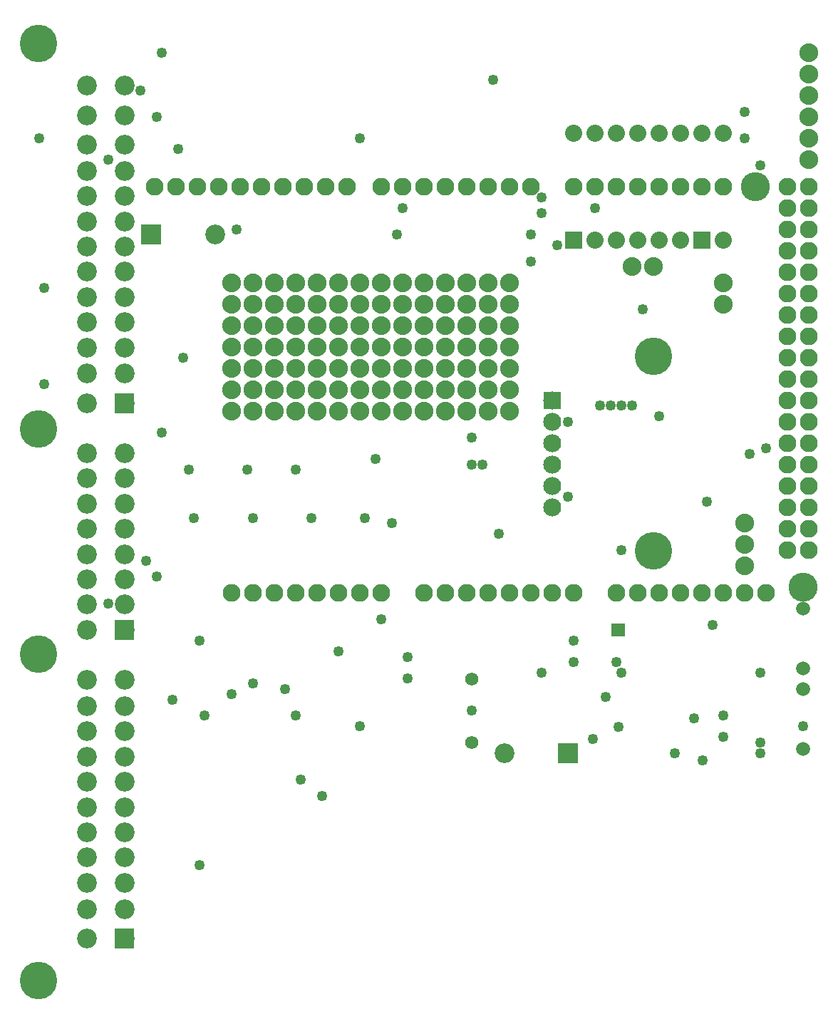
<source format=gbs>
G04 MADE WITH FRITZING*
G04 WWW.FRITZING.ORG*
G04 DOUBLE SIDED*
G04 HOLES PLATED*
G04 CONTOUR ON CENTER OF CONTOUR VECTOR*
%ASAXBY*%
%FSLAX23Y23*%
%MOIN*%
%OFA0B0*%
%SFA1.0B1.0*%
%ADD10C,0.049370*%
%ADD11C,0.092000*%
%ADD12C,0.092672*%
%ADD13C,0.175354*%
%ADD14C,0.082917*%
%ADD15C,0.088000*%
%ADD16C,0.065433*%
%ADD17C,0.084000*%
%ADD18C,0.080000*%
%ADD19C,0.135984*%
%ADD20C,0.061496*%
%ADD21R,0.092000X0.092000*%
%ADD22R,0.035000X0.060000*%
%ADD23R,0.084000X0.084000*%
%ADD24R,0.080000X0.080000*%
%ADD25R,0.001000X0.001000*%
%LNMASK0*%
G90*
G70*
G54D10*
X1090Y1519D03*
X1690Y4119D03*
G54D11*
X715Y3669D03*
X1013Y3669D03*
G54D12*
X590Y378D03*
X413Y378D03*
X590Y515D03*
X413Y515D03*
X590Y637D03*
X413Y637D03*
X590Y756D03*
X413Y756D03*
X590Y874D03*
X413Y874D03*
X590Y992D03*
X413Y992D03*
X590Y1110D03*
X413Y1110D03*
X590Y1228D03*
X413Y1228D03*
X590Y1346D03*
X413Y1346D03*
X590Y1464D03*
X413Y1464D03*
X590Y1586D03*
X413Y1586D03*
X590Y1821D03*
X413Y1821D03*
X590Y1939D03*
X413Y1939D03*
X590Y2057D03*
X413Y2057D03*
X590Y2175D03*
X413Y2175D03*
X590Y2293D03*
X413Y2293D03*
X590Y2411D03*
X413Y2411D03*
X590Y2529D03*
X413Y2529D03*
X590Y2647D03*
X413Y2647D03*
X590Y2882D03*
X413Y2882D03*
X590Y3019D03*
X413Y3019D03*
X590Y3141D03*
X413Y3141D03*
X590Y3259D03*
X413Y3259D03*
X590Y3378D03*
X413Y3378D03*
X590Y3496D03*
X413Y3496D03*
X590Y3614D03*
X413Y3614D03*
X590Y3732D03*
X413Y3732D03*
X590Y3850D03*
X413Y3850D03*
X590Y3968D03*
X413Y3968D03*
X590Y4090D03*
X413Y4090D03*
X590Y4228D03*
X413Y4228D03*
X590Y4366D03*
X413Y4366D03*
G54D13*
X189Y179D03*
X189Y4565D03*
X189Y2759D03*
X189Y1708D03*
G54D10*
X1915Y1694D03*
X1915Y1594D03*
X1390Y1419D03*
X1415Y1119D03*
X815Y1494D03*
X2215Y2594D03*
X2215Y2719D03*
X2265Y2594D03*
X515Y1944D03*
X3490Y4244D03*
X3565Y3994D03*
X190Y4119D03*
X2540Y3844D03*
X2490Y3544D03*
X2540Y3769D03*
X2790Y3794D03*
X2915Y1619D03*
X1690Y1369D03*
X2215Y1444D03*
X665Y4344D03*
X1115Y3694D03*
X2540Y1619D03*
X1840Y2319D03*
X3015Y3319D03*
X2665Y2444D03*
X3765Y1369D03*
X3090Y2819D03*
X1515Y1044D03*
X2690Y1769D03*
X1865Y3669D03*
X2890Y1669D03*
X2841Y1506D03*
X3255Y1407D03*
X1890Y3794D03*
X840Y4069D03*
X740Y4219D03*
X765Y4519D03*
X215Y3419D03*
X215Y2969D03*
X1765Y2619D03*
X940Y719D03*
X740Y2069D03*
X765Y2744D03*
X2815Y2869D03*
X2865Y2869D03*
X2915Y2869D03*
X2965Y2869D03*
G54D14*
X2990Y1994D03*
X1390Y1994D03*
X3090Y1994D03*
X3190Y1994D03*
X3290Y1994D03*
X3390Y1994D03*
X3690Y3394D03*
X3490Y1994D03*
X3590Y1994D03*
X1430Y3894D03*
X1990Y1994D03*
X2090Y1994D03*
X2190Y1994D03*
X2290Y1994D03*
X3690Y2594D03*
X2390Y1994D03*
X2490Y1994D03*
X2590Y1994D03*
X2690Y1994D03*
X2190Y3894D03*
X3690Y3794D03*
X3690Y2994D03*
X3690Y2194D03*
X1030Y3894D03*
X1790Y1994D03*
X1790Y3894D03*
X3690Y3594D03*
X3690Y3194D03*
X3690Y2794D03*
X3390Y3894D03*
X3690Y2394D03*
X3290Y3894D03*
X3190Y3894D03*
X3090Y3894D03*
X2990Y3894D03*
X2890Y3894D03*
X2790Y3894D03*
X2690Y3894D03*
X830Y3894D03*
X1230Y3894D03*
X1630Y3894D03*
X1190Y1994D03*
X1590Y1994D03*
X2390Y3894D03*
X1990Y3894D03*
X3690Y3894D03*
X3690Y3694D03*
X3690Y3494D03*
X3690Y3294D03*
X3690Y3094D03*
X3690Y2894D03*
X3690Y2694D03*
X3690Y2494D03*
X3690Y2294D03*
X730Y3894D03*
X930Y3894D03*
X1130Y3894D03*
X1330Y3894D03*
X1530Y3894D03*
X1090Y1994D03*
X1290Y1994D03*
X1490Y1994D03*
X1690Y1994D03*
X2490Y3894D03*
X2290Y3894D03*
X2090Y3894D03*
X1890Y3894D03*
X3790Y3894D03*
X3790Y3794D03*
X3790Y3694D03*
X3790Y3594D03*
X3790Y3494D03*
X3790Y3394D03*
X3790Y3294D03*
X3790Y3194D03*
X3790Y3094D03*
X3790Y2994D03*
X3790Y2894D03*
X3790Y2794D03*
X3790Y2694D03*
X3790Y2594D03*
X3790Y2494D03*
X3790Y2394D03*
X3790Y2294D03*
X3790Y2194D03*
X2890Y1994D03*
G54D10*
X3565Y1619D03*
X1790Y1869D03*
G54D15*
X1290Y3244D03*
X2090Y2844D03*
X2090Y3244D03*
X1990Y3344D03*
X1890Y3344D03*
X1990Y2844D03*
X1890Y2844D03*
X1990Y3244D03*
X2090Y3344D03*
X2190Y2844D03*
X2390Y3344D03*
X2390Y2844D03*
X2190Y3244D03*
X2390Y3244D03*
X2290Y3344D03*
X1890Y3244D03*
X2290Y2844D03*
X2190Y3344D03*
X2290Y3244D03*
X1490Y2844D03*
X1490Y3244D03*
X1490Y3344D03*
X1390Y3344D03*
X1390Y2844D03*
X1290Y3344D03*
X1390Y3244D03*
X1290Y2844D03*
X1790Y3344D03*
X1690Y2844D03*
X1690Y3344D03*
X1790Y2844D03*
X1790Y3244D03*
X1590Y3244D03*
X1690Y3244D03*
X1590Y3344D03*
X1590Y2844D03*
X1290Y2944D03*
X2090Y2944D03*
X2190Y2944D03*
X2390Y2944D03*
X1890Y2944D03*
X2290Y2944D03*
X1990Y2944D03*
X1490Y2944D03*
X1390Y2944D03*
X1590Y2944D03*
X1790Y2944D03*
X1690Y2944D03*
X1290Y3044D03*
X1990Y3044D03*
X1890Y3044D03*
X2090Y3044D03*
X2290Y3044D03*
X2190Y3044D03*
X2390Y3044D03*
X1390Y3044D03*
X1490Y3044D03*
X1790Y3044D03*
X1590Y3044D03*
X1690Y3044D03*
X1290Y3144D03*
X2090Y3144D03*
X2190Y3144D03*
X2290Y3144D03*
X2390Y3144D03*
X1990Y3144D03*
X1890Y3144D03*
X1390Y3144D03*
X1590Y3144D03*
X1490Y3144D03*
X1690Y3144D03*
X1790Y3144D03*
G54D10*
X3565Y1294D03*
X3565Y1244D03*
X3390Y1419D03*
X2665Y2794D03*
X2615Y3619D03*
X2315Y4394D03*
X3590Y2669D03*
X2340Y2269D03*
X1590Y1719D03*
X1190Y1569D03*
X1340Y1544D03*
G54D16*
X3765Y1919D03*
X3765Y1639D03*
G54D10*
X3340Y1844D03*
G54D16*
X3765Y1544D03*
X3765Y1264D03*
G54D17*
X2592Y2894D03*
X2592Y2794D03*
X2592Y2694D03*
X2592Y2594D03*
X2592Y2494D03*
X2592Y2394D03*
G54D13*
X3064Y3099D03*
X3064Y2189D03*
G54D17*
X2592Y2894D03*
X2592Y2794D03*
X2592Y2694D03*
X2592Y2594D03*
X2592Y2494D03*
X2592Y2394D03*
G54D13*
X3064Y3099D03*
X3064Y2189D03*
G54D10*
X940Y1769D03*
X965Y1419D03*
X3315Y2419D03*
X2915Y2194D03*
X2490Y3669D03*
G54D18*
X3390Y4145D03*
X3390Y3645D03*
X3290Y4145D03*
X3290Y3645D03*
X3190Y4145D03*
X3190Y3645D03*
X3090Y4145D03*
X3090Y3645D03*
X2990Y4145D03*
X2990Y3645D03*
X2890Y4145D03*
X2890Y3645D03*
X2790Y4145D03*
X2790Y3645D03*
X2690Y4145D03*
X2690Y3645D03*
G54D10*
X3515Y2644D03*
G54D19*
X3765Y2019D03*
X3540Y3894D03*
G54D11*
X2665Y1244D03*
X2367Y1244D03*
G54D20*
X2215Y1294D03*
X2215Y1590D03*
G54D10*
X915Y2344D03*
X1190Y2344D03*
X1465Y2344D03*
X1715Y2344D03*
X690Y2144D03*
X865Y3094D03*
X1390Y2569D03*
X1165Y2569D03*
X890Y2569D03*
G54D15*
X3790Y4019D03*
X3790Y4119D03*
X3790Y4219D03*
X3790Y4319D03*
X3790Y4419D03*
X3790Y4519D03*
X3065Y3519D03*
X2965Y3519D03*
X3390Y3444D03*
X3390Y3344D03*
X3490Y2319D03*
X3490Y2219D03*
X3490Y2119D03*
X1090Y3444D03*
X1090Y3344D03*
X1090Y3244D03*
X1090Y3144D03*
X1090Y3044D03*
X1090Y2944D03*
X1090Y2844D03*
X1190Y3444D03*
X1190Y3344D03*
X1190Y3244D03*
X1190Y3144D03*
X1190Y3044D03*
X1190Y2944D03*
X1190Y2844D03*
X2390Y3444D03*
X1890Y3444D03*
X2090Y3444D03*
X1990Y3444D03*
X2290Y3444D03*
X2190Y3444D03*
X1490Y3444D03*
X1390Y3444D03*
X1290Y3444D03*
X1790Y3444D03*
X1690Y3444D03*
X1590Y3444D03*
G54D10*
X3490Y4119D03*
X2900Y1368D03*
X3294Y1210D03*
X3165Y1244D03*
X3390Y1319D03*
X2782Y1309D03*
X515Y4019D03*
X2690Y1669D03*
G54D21*
X714Y3669D03*
G54D22*
X2915Y1819D03*
X2883Y1819D03*
G54D23*
X2592Y2894D03*
X2592Y2894D03*
G54D24*
X2690Y3645D03*
X3290Y3645D03*
G54D21*
X2666Y1244D03*
G54D25*
X544Y2928D02*
X635Y2928D01*
X544Y2927D02*
X635Y2927D01*
X544Y2926D02*
X635Y2926D01*
X544Y2925D02*
X635Y2925D01*
X544Y2924D02*
X635Y2924D01*
X544Y2923D02*
X635Y2923D01*
X544Y2922D02*
X635Y2922D01*
X544Y2921D02*
X635Y2921D01*
X544Y2920D02*
X635Y2920D01*
X544Y2919D02*
X635Y2919D01*
X544Y2918D02*
X635Y2918D01*
X544Y2917D02*
X635Y2917D01*
X544Y2916D02*
X635Y2916D01*
X544Y2915D02*
X635Y2915D01*
X544Y2914D02*
X635Y2914D01*
X544Y2913D02*
X635Y2913D01*
X544Y2912D02*
X635Y2912D01*
X544Y2911D02*
X635Y2911D01*
X544Y2910D02*
X635Y2910D01*
X544Y2909D02*
X635Y2909D01*
X544Y2908D02*
X635Y2908D01*
X544Y2907D02*
X635Y2907D01*
X544Y2906D02*
X635Y2906D01*
X544Y2905D02*
X635Y2905D01*
X544Y2904D02*
X635Y2904D01*
X544Y2903D02*
X635Y2903D01*
X544Y2902D02*
X635Y2902D01*
X544Y2901D02*
X635Y2901D01*
X544Y2900D02*
X635Y2900D01*
X544Y2899D02*
X635Y2899D01*
X544Y2898D02*
X583Y2898D01*
X596Y2898D02*
X635Y2898D01*
X544Y2897D02*
X581Y2897D01*
X598Y2897D02*
X635Y2897D01*
X544Y2896D02*
X579Y2896D01*
X600Y2896D02*
X635Y2896D01*
X544Y2895D02*
X578Y2895D01*
X601Y2895D02*
X635Y2895D01*
X544Y2894D02*
X577Y2894D01*
X602Y2894D02*
X635Y2894D01*
X544Y2893D02*
X576Y2893D01*
X603Y2893D02*
X635Y2893D01*
X544Y2892D02*
X575Y2892D01*
X604Y2892D02*
X635Y2892D01*
X544Y2891D02*
X575Y2891D01*
X605Y2891D02*
X635Y2891D01*
X544Y2890D02*
X574Y2890D01*
X605Y2890D02*
X635Y2890D01*
X544Y2889D02*
X573Y2889D01*
X606Y2889D02*
X635Y2889D01*
X544Y2888D02*
X573Y2888D01*
X606Y2888D02*
X635Y2888D01*
X544Y2887D02*
X573Y2887D01*
X606Y2887D02*
X635Y2887D01*
X544Y2886D02*
X572Y2886D01*
X607Y2886D02*
X635Y2886D01*
X544Y2885D02*
X572Y2885D01*
X607Y2885D02*
X635Y2885D01*
X544Y2884D02*
X572Y2884D01*
X607Y2884D02*
X635Y2884D01*
X544Y2883D02*
X572Y2883D01*
X607Y2883D02*
X635Y2883D01*
X544Y2882D02*
X572Y2882D01*
X607Y2882D02*
X635Y2882D01*
X544Y2881D02*
X572Y2881D01*
X607Y2881D02*
X635Y2881D01*
X544Y2880D02*
X572Y2880D01*
X607Y2880D02*
X635Y2880D01*
X544Y2879D02*
X572Y2879D01*
X607Y2879D02*
X635Y2879D01*
X544Y2878D02*
X572Y2878D01*
X607Y2878D02*
X635Y2878D01*
X544Y2877D02*
X573Y2877D01*
X607Y2877D02*
X635Y2877D01*
X544Y2876D02*
X573Y2876D01*
X606Y2876D02*
X635Y2876D01*
X544Y2875D02*
X573Y2875D01*
X606Y2875D02*
X635Y2875D01*
X544Y2874D02*
X574Y2874D01*
X605Y2874D02*
X635Y2874D01*
X544Y2873D02*
X574Y2873D01*
X605Y2873D02*
X635Y2873D01*
X544Y2872D02*
X575Y2872D01*
X604Y2872D02*
X635Y2872D01*
X544Y2871D02*
X576Y2871D01*
X603Y2871D02*
X635Y2871D01*
X544Y2870D02*
X577Y2870D01*
X603Y2870D02*
X635Y2870D01*
X544Y2869D02*
X578Y2869D01*
X601Y2869D02*
X635Y2869D01*
X544Y2868D02*
X579Y2868D01*
X600Y2868D02*
X635Y2868D01*
X544Y2867D02*
X580Y2867D01*
X599Y2867D02*
X635Y2867D01*
X544Y2866D02*
X582Y2866D01*
X597Y2866D02*
X635Y2866D01*
X544Y2865D02*
X585Y2865D01*
X594Y2865D02*
X635Y2865D01*
X544Y2864D02*
X635Y2864D01*
X544Y2863D02*
X635Y2863D01*
X544Y2862D02*
X635Y2862D01*
X544Y2861D02*
X635Y2861D01*
X544Y2860D02*
X635Y2860D01*
X544Y2859D02*
X635Y2859D01*
X544Y2858D02*
X635Y2858D01*
X544Y2857D02*
X635Y2857D01*
X544Y2856D02*
X635Y2856D01*
X544Y2855D02*
X635Y2855D01*
X544Y2854D02*
X635Y2854D01*
X544Y2853D02*
X635Y2853D01*
X544Y2852D02*
X635Y2852D01*
X544Y2851D02*
X635Y2851D01*
X544Y2850D02*
X635Y2850D01*
X544Y2849D02*
X635Y2849D01*
X544Y2848D02*
X635Y2848D01*
X544Y2847D02*
X635Y2847D01*
X544Y2846D02*
X635Y2846D01*
X544Y2845D02*
X635Y2845D01*
X544Y2844D02*
X635Y2844D01*
X544Y2843D02*
X635Y2843D01*
X544Y2842D02*
X635Y2842D01*
X544Y2841D02*
X635Y2841D01*
X544Y2840D02*
X635Y2840D01*
X544Y2839D02*
X635Y2839D01*
X544Y2838D02*
X635Y2838D01*
X544Y2837D02*
X635Y2837D01*
X544Y2836D02*
X635Y2836D01*
X544Y1867D02*
X635Y1867D01*
X544Y1866D02*
X635Y1866D01*
X544Y1865D02*
X635Y1865D01*
X544Y1864D02*
X635Y1864D01*
X544Y1863D02*
X635Y1863D01*
X544Y1862D02*
X635Y1862D01*
X544Y1861D02*
X635Y1861D01*
X544Y1860D02*
X635Y1860D01*
X544Y1859D02*
X635Y1859D01*
X544Y1858D02*
X635Y1858D01*
X544Y1857D02*
X635Y1857D01*
X544Y1856D02*
X635Y1856D01*
X544Y1855D02*
X635Y1855D01*
X544Y1854D02*
X635Y1854D01*
X544Y1853D02*
X635Y1853D01*
X544Y1852D02*
X635Y1852D01*
X544Y1851D02*
X635Y1851D01*
X544Y1850D02*
X635Y1850D01*
X544Y1849D02*
X635Y1849D01*
X544Y1848D02*
X635Y1848D01*
X544Y1847D02*
X635Y1847D01*
X544Y1846D02*
X635Y1846D01*
X544Y1845D02*
X635Y1845D01*
X544Y1844D02*
X635Y1844D01*
X544Y1843D02*
X635Y1843D01*
X544Y1842D02*
X635Y1842D01*
X544Y1841D02*
X635Y1841D01*
X544Y1840D02*
X635Y1840D01*
X544Y1839D02*
X635Y1839D01*
X544Y1838D02*
X635Y1838D01*
X544Y1837D02*
X583Y1837D01*
X596Y1837D02*
X635Y1837D01*
X544Y1836D02*
X581Y1836D01*
X598Y1836D02*
X635Y1836D01*
X544Y1835D02*
X579Y1835D01*
X600Y1835D02*
X635Y1835D01*
X544Y1834D02*
X578Y1834D01*
X601Y1834D02*
X635Y1834D01*
X544Y1833D02*
X577Y1833D01*
X602Y1833D02*
X635Y1833D01*
X544Y1832D02*
X576Y1832D01*
X603Y1832D02*
X635Y1832D01*
X544Y1831D02*
X575Y1831D01*
X604Y1831D02*
X635Y1831D01*
X544Y1830D02*
X575Y1830D01*
X605Y1830D02*
X635Y1830D01*
X544Y1829D02*
X574Y1829D01*
X605Y1829D02*
X635Y1829D01*
X544Y1828D02*
X573Y1828D01*
X606Y1828D02*
X635Y1828D01*
X544Y1827D02*
X573Y1827D01*
X606Y1827D02*
X635Y1827D01*
X544Y1826D02*
X573Y1826D01*
X606Y1826D02*
X635Y1826D01*
X544Y1825D02*
X572Y1825D01*
X607Y1825D02*
X635Y1825D01*
X544Y1824D02*
X572Y1824D01*
X607Y1824D02*
X635Y1824D01*
X544Y1823D02*
X572Y1823D01*
X607Y1823D02*
X635Y1823D01*
X544Y1822D02*
X572Y1822D01*
X607Y1822D02*
X635Y1822D01*
X544Y1821D02*
X572Y1821D01*
X607Y1821D02*
X635Y1821D01*
X544Y1820D02*
X572Y1820D01*
X607Y1820D02*
X635Y1820D01*
X544Y1819D02*
X572Y1819D01*
X607Y1819D02*
X635Y1819D01*
X544Y1818D02*
X572Y1818D01*
X607Y1818D02*
X635Y1818D01*
X544Y1817D02*
X572Y1817D01*
X607Y1817D02*
X635Y1817D01*
X544Y1816D02*
X573Y1816D01*
X607Y1816D02*
X635Y1816D01*
X544Y1815D02*
X573Y1815D01*
X606Y1815D02*
X635Y1815D01*
X544Y1814D02*
X573Y1814D01*
X606Y1814D02*
X635Y1814D01*
X544Y1813D02*
X574Y1813D01*
X605Y1813D02*
X635Y1813D01*
X544Y1812D02*
X574Y1812D01*
X605Y1812D02*
X635Y1812D01*
X544Y1811D02*
X575Y1811D01*
X604Y1811D02*
X635Y1811D01*
X544Y1810D02*
X576Y1810D01*
X603Y1810D02*
X635Y1810D01*
X544Y1809D02*
X577Y1809D01*
X602Y1809D02*
X635Y1809D01*
X544Y1808D02*
X578Y1808D01*
X601Y1808D02*
X635Y1808D01*
X544Y1807D02*
X579Y1807D01*
X600Y1807D02*
X635Y1807D01*
X544Y1806D02*
X580Y1806D01*
X599Y1806D02*
X635Y1806D01*
X544Y1805D02*
X582Y1805D01*
X597Y1805D02*
X635Y1805D01*
X544Y1804D02*
X586Y1804D01*
X594Y1804D02*
X635Y1804D01*
X544Y1803D02*
X635Y1803D01*
X544Y1802D02*
X635Y1802D01*
X544Y1801D02*
X635Y1801D01*
X544Y1800D02*
X635Y1800D01*
X544Y1799D02*
X635Y1799D01*
X544Y1798D02*
X635Y1798D01*
X544Y1797D02*
X635Y1797D01*
X544Y1796D02*
X635Y1796D01*
X544Y1795D02*
X635Y1795D01*
X544Y1794D02*
X635Y1794D01*
X544Y1793D02*
X635Y1793D01*
X544Y1792D02*
X635Y1792D01*
X544Y1791D02*
X635Y1791D01*
X544Y1790D02*
X635Y1790D01*
X544Y1789D02*
X635Y1789D01*
X544Y1788D02*
X635Y1788D01*
X544Y1787D02*
X635Y1787D01*
X544Y1786D02*
X635Y1786D01*
X544Y1785D02*
X635Y1785D01*
X544Y1784D02*
X635Y1784D01*
X544Y1783D02*
X635Y1783D01*
X544Y1782D02*
X635Y1782D01*
X544Y1781D02*
X635Y1781D01*
X544Y1780D02*
X635Y1780D01*
X544Y1779D02*
X635Y1779D01*
X544Y1778D02*
X635Y1778D01*
X544Y1777D02*
X635Y1777D01*
X544Y1776D02*
X635Y1776D01*
X544Y1775D02*
X635Y1775D01*
X544Y424D02*
X635Y424D01*
X544Y423D02*
X635Y423D01*
X544Y422D02*
X635Y422D01*
X544Y421D02*
X635Y421D01*
X544Y420D02*
X635Y420D01*
X544Y419D02*
X635Y419D01*
X544Y418D02*
X635Y418D01*
X544Y417D02*
X635Y417D01*
X544Y416D02*
X635Y416D01*
X544Y415D02*
X635Y415D01*
X544Y414D02*
X635Y414D01*
X544Y413D02*
X635Y413D01*
X544Y412D02*
X635Y412D01*
X544Y411D02*
X635Y411D01*
X544Y410D02*
X635Y410D01*
X544Y409D02*
X635Y409D01*
X544Y408D02*
X635Y408D01*
X544Y407D02*
X635Y407D01*
X544Y406D02*
X635Y406D01*
X544Y405D02*
X635Y405D01*
X544Y404D02*
X635Y404D01*
X544Y403D02*
X635Y403D01*
X544Y402D02*
X635Y402D01*
X544Y401D02*
X635Y401D01*
X544Y400D02*
X635Y400D01*
X544Y399D02*
X635Y399D01*
X544Y398D02*
X635Y398D01*
X544Y397D02*
X635Y397D01*
X544Y396D02*
X635Y396D01*
X544Y395D02*
X587Y395D01*
X592Y395D02*
X635Y395D01*
X544Y394D02*
X583Y394D01*
X597Y394D02*
X635Y394D01*
X544Y393D02*
X581Y393D01*
X598Y393D02*
X635Y393D01*
X544Y392D02*
X579Y392D01*
X600Y392D02*
X635Y392D01*
X544Y391D02*
X578Y391D01*
X601Y391D02*
X635Y391D01*
X544Y390D02*
X577Y390D01*
X602Y390D02*
X635Y390D01*
X544Y389D02*
X576Y389D01*
X603Y389D02*
X635Y389D01*
X544Y388D02*
X575Y388D01*
X604Y388D02*
X635Y388D01*
X544Y387D02*
X574Y387D01*
X605Y387D02*
X635Y387D01*
X544Y386D02*
X574Y386D01*
X605Y386D02*
X635Y386D01*
X544Y385D02*
X573Y385D01*
X606Y385D02*
X635Y385D01*
X544Y384D02*
X573Y384D01*
X606Y384D02*
X635Y384D01*
X544Y383D02*
X573Y383D01*
X607Y383D02*
X635Y383D01*
X544Y382D02*
X572Y382D01*
X607Y382D02*
X635Y382D01*
X544Y381D02*
X572Y381D01*
X607Y381D02*
X635Y381D01*
X544Y380D02*
X572Y380D01*
X607Y380D02*
X635Y380D01*
X544Y379D02*
X572Y379D01*
X607Y379D02*
X635Y379D01*
X544Y378D02*
X572Y378D01*
X607Y378D02*
X635Y378D01*
X544Y377D02*
X572Y377D01*
X607Y377D02*
X635Y377D01*
X544Y376D02*
X572Y376D01*
X607Y376D02*
X635Y376D01*
X544Y375D02*
X572Y375D01*
X607Y375D02*
X635Y375D01*
X544Y374D02*
X572Y374D01*
X607Y374D02*
X635Y374D01*
X544Y373D02*
X573Y373D01*
X607Y373D02*
X635Y373D01*
X544Y372D02*
X573Y372D01*
X606Y372D02*
X635Y372D01*
X544Y371D02*
X573Y371D01*
X606Y371D02*
X635Y371D01*
X544Y370D02*
X574Y370D01*
X605Y370D02*
X635Y370D01*
X544Y369D02*
X574Y369D01*
X605Y369D02*
X635Y369D01*
X544Y368D02*
X575Y368D01*
X604Y368D02*
X635Y368D01*
X544Y367D02*
X576Y367D01*
X603Y367D02*
X635Y367D01*
X544Y366D02*
X577Y366D01*
X603Y366D02*
X635Y366D01*
X544Y365D02*
X578Y365D01*
X601Y365D02*
X635Y365D01*
X544Y364D02*
X579Y364D01*
X600Y364D02*
X635Y364D01*
X544Y363D02*
X581Y363D01*
X598Y363D02*
X635Y363D01*
X544Y362D02*
X583Y362D01*
X596Y362D02*
X635Y362D01*
X544Y361D02*
X586Y361D01*
X593Y361D02*
X635Y361D01*
X544Y360D02*
X635Y360D01*
X544Y359D02*
X635Y359D01*
X544Y358D02*
X635Y358D01*
X544Y357D02*
X635Y357D01*
X544Y356D02*
X635Y356D01*
X544Y355D02*
X635Y355D01*
X544Y354D02*
X635Y354D01*
X544Y353D02*
X635Y353D01*
X544Y352D02*
X635Y352D01*
X544Y351D02*
X635Y351D01*
X544Y350D02*
X635Y350D01*
X544Y349D02*
X635Y349D01*
X544Y348D02*
X635Y348D01*
X544Y347D02*
X635Y347D01*
X544Y346D02*
X635Y346D01*
X544Y345D02*
X635Y345D01*
X544Y344D02*
X635Y344D01*
X544Y343D02*
X635Y343D01*
X544Y342D02*
X635Y342D01*
X544Y341D02*
X635Y341D01*
X544Y340D02*
X635Y340D01*
X544Y339D02*
X635Y339D01*
X544Y338D02*
X635Y338D01*
X544Y337D02*
X635Y337D01*
X544Y336D02*
X635Y336D01*
X544Y335D02*
X635Y335D01*
X544Y334D02*
X635Y334D01*
X544Y333D02*
X635Y333D01*
X544Y332D02*
X635Y332D01*
D02*
G04 End of Mask0*
M02*
</source>
